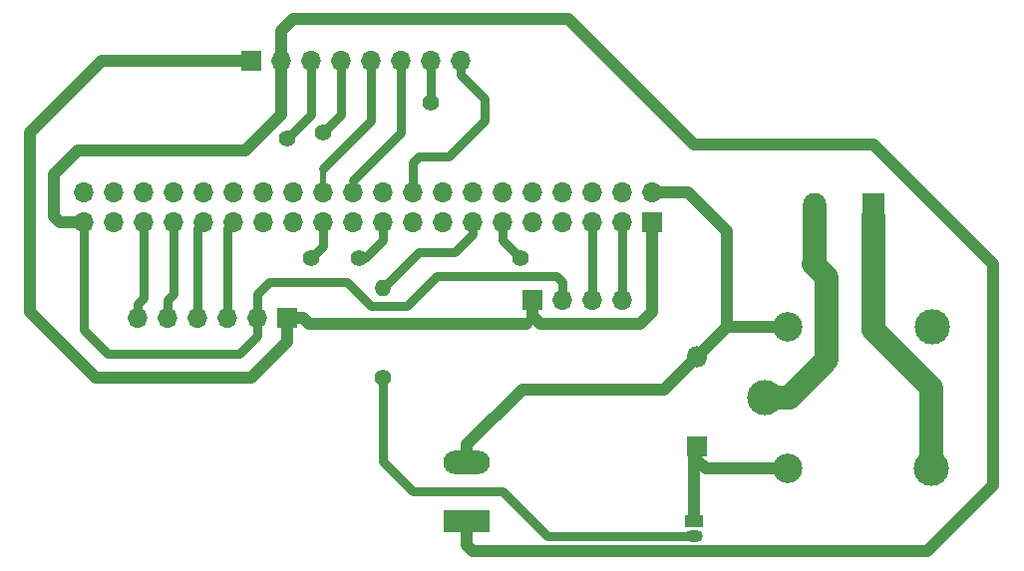
<source format=gbr>
G04 #@! TF.GenerationSoftware,KiCad,Pcbnew,(5.1.0)-1*
G04 #@! TF.CreationDate,2020-02-13T11:59:40+01:00*
G04 #@! TF.ProjectId,Thermostat,54686572-6d6f-4737-9461-742e6b696361,rev?*
G04 #@! TF.SameCoordinates,Original*
G04 #@! TF.FileFunction,Copper,L2,Bot*
G04 #@! TF.FilePolarity,Positive*
%FSLAX46Y46*%
G04 Gerber Fmt 4.6, Leading zero omitted, Abs format (unit mm)*
G04 Created by KiCad (PCBNEW (5.1.0)-1) date 2020-02-13 11:59:40*
%MOMM*%
%LPD*%
G04 APERTURE LIST*
%ADD10O,3.960000X1.980000*%
%ADD11R,3.960000X1.980000*%
%ADD12O,1.400000X1.400000*%
%ADD13C,1.400000*%
%ADD14O,1.700000X1.700000*%
%ADD15R,1.700000X1.700000*%
%ADD16O,1.800000X1.800000*%
%ADD17R,1.800000X1.800000*%
%ADD18C,3.000000*%
%ADD19C,2.500000*%
%ADD20O,1.980000X3.960000*%
%ADD21R,1.980000X3.960000*%
%ADD22R,1.500000X1.050000*%
%ADD23O,1.500000X1.050000*%
%ADD24C,2.000000*%
%ADD25C,1.000000*%
%ADD26C,0.800000*%
%ADD27C,0.350000*%
%ADD28C,0.500000*%
%ADD29C,0.250000*%
G04 APERTURE END LIST*
D10*
X127508000Y-71708000D03*
D11*
X127508000Y-76708000D03*
D12*
X120396000Y-56896000D03*
D13*
X120396000Y-64516000D03*
D14*
X94996000Y-48768000D03*
X94996000Y-51308000D03*
X97536000Y-48768000D03*
X97536000Y-51308000D03*
X100076000Y-48768000D03*
X100076000Y-51308000D03*
X102616000Y-48768000D03*
X102616000Y-51308000D03*
X105156000Y-48768000D03*
X105156000Y-51308000D03*
X107696000Y-48768000D03*
X107696000Y-51308000D03*
X110236000Y-48768000D03*
X110236000Y-51308000D03*
X112776000Y-48768000D03*
X112776000Y-51308000D03*
X115316000Y-48768000D03*
X115316000Y-51308000D03*
X117856000Y-48768000D03*
X117856000Y-51308000D03*
X120396000Y-48768000D03*
X120396000Y-51308000D03*
X122936000Y-48768000D03*
X122936000Y-51308000D03*
X125476000Y-48768000D03*
X125476000Y-51308000D03*
X128016000Y-48768000D03*
X128016000Y-51308000D03*
X130556000Y-48768000D03*
X130556000Y-51308000D03*
X133096000Y-48768000D03*
X133096000Y-51308000D03*
X135636000Y-48768000D03*
X135636000Y-51308000D03*
X138176000Y-48768000D03*
X138176000Y-51308000D03*
X140716000Y-48768000D03*
X140716000Y-51308000D03*
X143256000Y-48768000D03*
D15*
X143256000Y-51308000D03*
D14*
X140716000Y-57912000D03*
X138176000Y-57912000D03*
X135636000Y-57912000D03*
D15*
X133096000Y-57912000D03*
D14*
X99568000Y-59436000D03*
X102108000Y-59436000D03*
X104648000Y-59436000D03*
X107188000Y-59436000D03*
X109728000Y-59436000D03*
D15*
X112268000Y-59436000D03*
D14*
X127000000Y-37592000D03*
X124460000Y-37592000D03*
X121920000Y-37592000D03*
X119380000Y-37592000D03*
X116840000Y-37592000D03*
X114300000Y-37592000D03*
X111760000Y-37592000D03*
D15*
X109220000Y-37592000D03*
D16*
X147066000Y-62738000D03*
D17*
X147066000Y-70358000D03*
D18*
X152781000Y-66167000D03*
D19*
X154731000Y-60217000D03*
D18*
X166981000Y-60167000D03*
X166931000Y-72217000D03*
D19*
X154731000Y-72217000D03*
D20*
X157052000Y-50800000D03*
D21*
X162052000Y-50800000D03*
D22*
X146812000Y-76708000D03*
D23*
X146812000Y-79248000D03*
X146812000Y-77978000D03*
D13*
X132080000Y-54356000D03*
X124460000Y-41148000D03*
X114300000Y-54356000D03*
X115316000Y-43688000D03*
X118364000Y-54356000D03*
X112268000Y-44196000D03*
D24*
X162052000Y-50800000D02*
X162052000Y-60452000D01*
X166931000Y-65331000D02*
X166931000Y-72217000D01*
X162052000Y-60452000D02*
X166931000Y-65331000D01*
X154902320Y-66167000D02*
X158077320Y-62992000D01*
X152781000Y-66167000D02*
X154902320Y-66167000D01*
X158077320Y-62992000D02*
X158077320Y-55969320D01*
X158077320Y-55969320D02*
X156972000Y-54864000D01*
X157052000Y-54784000D02*
X157052000Y-50800000D01*
X156972000Y-54864000D02*
X157052000Y-54784000D01*
D25*
X149587000Y-60217000D02*
X154731000Y-60217000D01*
X147066000Y-62738000D02*
X149587000Y-60217000D01*
X149587000Y-60217000D02*
X149587000Y-52051000D01*
X146304000Y-48768000D02*
X143256000Y-48768000D01*
X149587000Y-52051000D02*
X146304000Y-48768000D01*
X127508000Y-70218000D02*
X132194000Y-65532000D01*
X127508000Y-71708000D02*
X127508000Y-70218000D01*
X144272000Y-65532000D02*
X147066000Y-62738000D01*
X132194000Y-65532000D02*
X144272000Y-65532000D01*
D26*
X109728000Y-59436000D02*
X109728000Y-60960000D01*
X109728000Y-60960000D02*
X108204000Y-62484000D01*
X108204000Y-62484000D02*
X97028000Y-62484000D01*
X94996000Y-60452000D02*
X94996000Y-51308000D01*
X97028000Y-62484000D02*
X94996000Y-60452000D01*
D25*
X111760000Y-42164000D02*
X108712000Y-45212000D01*
X111760000Y-37592000D02*
X111760000Y-42164000D01*
X92964000Y-51308000D02*
X94996000Y-51308000D01*
X108712000Y-45212000D02*
X94488000Y-45212000D01*
X94488000Y-45212000D02*
X92456000Y-47244000D01*
X92456000Y-47244000D02*
X92456000Y-50800000D01*
X92456000Y-50800000D02*
X92964000Y-51308000D01*
X166624000Y-79248000D02*
X146812000Y-79248000D01*
X172212000Y-73660000D02*
X166624000Y-79248000D01*
X172212000Y-54864000D02*
X172212000Y-73660000D01*
X111760000Y-37592000D02*
X111760000Y-35052000D01*
X112776000Y-34036000D02*
X136144000Y-34036000D01*
X136144000Y-34036000D02*
X146812000Y-44704000D01*
X111760000Y-35052000D02*
X112776000Y-34036000D01*
X146812000Y-44704000D02*
X162052000Y-44704000D01*
X162052000Y-44704000D02*
X172212000Y-54864000D01*
X127508000Y-78740000D02*
X127508000Y-76708000D01*
X146812000Y-79248000D02*
X128016000Y-79248000D01*
X128016000Y-79248000D02*
X127508000Y-78740000D01*
D26*
X109728000Y-57404000D02*
X109728000Y-59436000D01*
X110744000Y-56388000D02*
X109728000Y-57404000D01*
X135636000Y-56388000D02*
X135128000Y-55880000D01*
X135636000Y-57912000D02*
X135636000Y-56388000D01*
X135128000Y-55880000D02*
X124968000Y-55880000D01*
X117348000Y-56388000D02*
X110744000Y-56388000D01*
X124968000Y-55880000D02*
X122428000Y-58420000D01*
X122428000Y-58420000D02*
X119380000Y-58420000D01*
X119380000Y-58420000D02*
X117348000Y-56388000D01*
X120396000Y-71628000D02*
X120396000Y-64516000D01*
X122936000Y-74168000D02*
X120396000Y-71628000D01*
X130556000Y-74168000D02*
X122936000Y-74168000D01*
X146812000Y-77978000D02*
X134366000Y-77978000D01*
X134366000Y-77978000D02*
X130556000Y-74168000D01*
X140716000Y-57912000D02*
X140716000Y-56709919D01*
X140716000Y-56709919D02*
X140716000Y-51308000D01*
X138176000Y-57912000D02*
X138176000Y-51308000D01*
D27*
X133096000Y-57912000D02*
X133096000Y-59112000D01*
D25*
X112268000Y-61468000D02*
X112268000Y-60960000D01*
X112268000Y-61468000D02*
X109220000Y-64516000D01*
X109220000Y-64516000D02*
X96012000Y-64516000D01*
X96012000Y-64516000D02*
X90424000Y-58928000D01*
X90424000Y-58928000D02*
X90424000Y-43688000D01*
X96520000Y-37592000D02*
X109220000Y-37592000D01*
X90424000Y-43688000D02*
X96520000Y-37592000D01*
D28*
X132588000Y-59944000D02*
X133096000Y-59436000D01*
D25*
X114126000Y-59944000D02*
X132588000Y-59944000D01*
X112268000Y-59436000D02*
X113618000Y-59436000D01*
X113618000Y-59436000D02*
X114126000Y-59944000D01*
D28*
X133096000Y-57912000D02*
X133096000Y-59436000D01*
D25*
X133096000Y-59262000D02*
X133778000Y-59944000D01*
D28*
X133096000Y-57912000D02*
X133096000Y-59262000D01*
D25*
X133778000Y-59944000D02*
X142240000Y-59944000D01*
X142240000Y-59944000D02*
X143256000Y-58928000D01*
X143256000Y-58928000D02*
X143256000Y-51308000D01*
X112268000Y-60960000D02*
X112268000Y-59436000D01*
D27*
X133096000Y-59112000D02*
X133096000Y-57912000D01*
D25*
X133096000Y-59112000D02*
X133096000Y-58928000D01*
D26*
X127000000Y-38794081D02*
X129032000Y-40826081D01*
X127000000Y-37592000D02*
X127000000Y-38794081D01*
X129032000Y-40826081D02*
X129032000Y-42672000D01*
X129032000Y-42672000D02*
X125984000Y-45720000D01*
X125984000Y-45720000D02*
X123444000Y-45720000D01*
X122936000Y-46228000D02*
X122936000Y-48768000D01*
X123444000Y-45720000D02*
X122936000Y-46228000D01*
X130556000Y-51308000D02*
X130556000Y-52832000D01*
X130556000Y-52832000D02*
X132080000Y-54356000D01*
X124460000Y-37592000D02*
X124460000Y-41148000D01*
D28*
X124460000Y-41148000D02*
X124460000Y-41148000D01*
X132080000Y-54356000D02*
X132080000Y-54356000D01*
D26*
X121920000Y-37592000D02*
X121920000Y-43688000D01*
X121920000Y-43688000D02*
X117856000Y-47752000D01*
D28*
X117856000Y-47752000D02*
X117856000Y-48768000D01*
X115316000Y-46736000D02*
X115316000Y-48768000D01*
D26*
X119380000Y-37592000D02*
X119380000Y-42672000D01*
X119380000Y-42672000D02*
X115316000Y-46736000D01*
X115316000Y-51308000D02*
X115316000Y-53340000D01*
X116840000Y-37592000D02*
X116840000Y-42164000D01*
X115316000Y-53340000D02*
X114300000Y-54356000D01*
X116840000Y-42164000D02*
X115316000Y-43688000D01*
D28*
X116840000Y-38794081D02*
X116840000Y-42164000D01*
X115316000Y-43688000D02*
X115316000Y-43688000D01*
X114300000Y-54356000D02*
X114300000Y-54356000D01*
D26*
X120396000Y-51308000D02*
X120396000Y-52832000D01*
X120396000Y-52832000D02*
X118872000Y-54356000D01*
D28*
X118872000Y-54356000D02*
X118364000Y-54356000D01*
D26*
X114300000Y-37592000D02*
X114300000Y-42164000D01*
X114300000Y-42164000D02*
X112268000Y-44196000D01*
D28*
X112268000Y-44196000D02*
X112268000Y-44196000D01*
X118364000Y-54356000D02*
X118364000Y-54356000D01*
D26*
X99568000Y-59436000D02*
X99568000Y-58233919D01*
X100076000Y-57725919D02*
X100076000Y-51308000D01*
X99568000Y-58233919D02*
X100076000Y-57725919D01*
X102108000Y-59436000D02*
X102108000Y-57912000D01*
X102616000Y-57404000D02*
X102616000Y-51308000D01*
X102108000Y-57912000D02*
X102616000Y-57404000D01*
D28*
X104648000Y-51816000D02*
X105156000Y-51308000D01*
D26*
X104648000Y-59436000D02*
X104648000Y-51816000D01*
D28*
X107188000Y-51816000D02*
X107696000Y-51308000D01*
D26*
X107188000Y-59436000D02*
X107188000Y-51816000D01*
X128016000Y-52324000D02*
X128016000Y-51308000D01*
X126492000Y-53848000D02*
X128016000Y-52324000D01*
X120396000Y-56896000D02*
X123444000Y-53848000D01*
X123444000Y-53848000D02*
X126492000Y-53848000D01*
D25*
X152963234Y-72217000D02*
X154731000Y-72217000D01*
X147066000Y-71508000D02*
X147775000Y-72217000D01*
D29*
X147066000Y-70358000D02*
X147066000Y-71508000D01*
D28*
X146812000Y-70612000D02*
X147066000Y-70358000D01*
D25*
X146812000Y-76708000D02*
X146812000Y-70612000D01*
X147775000Y-72217000D02*
X152963234Y-72217000D01*
M02*

</source>
